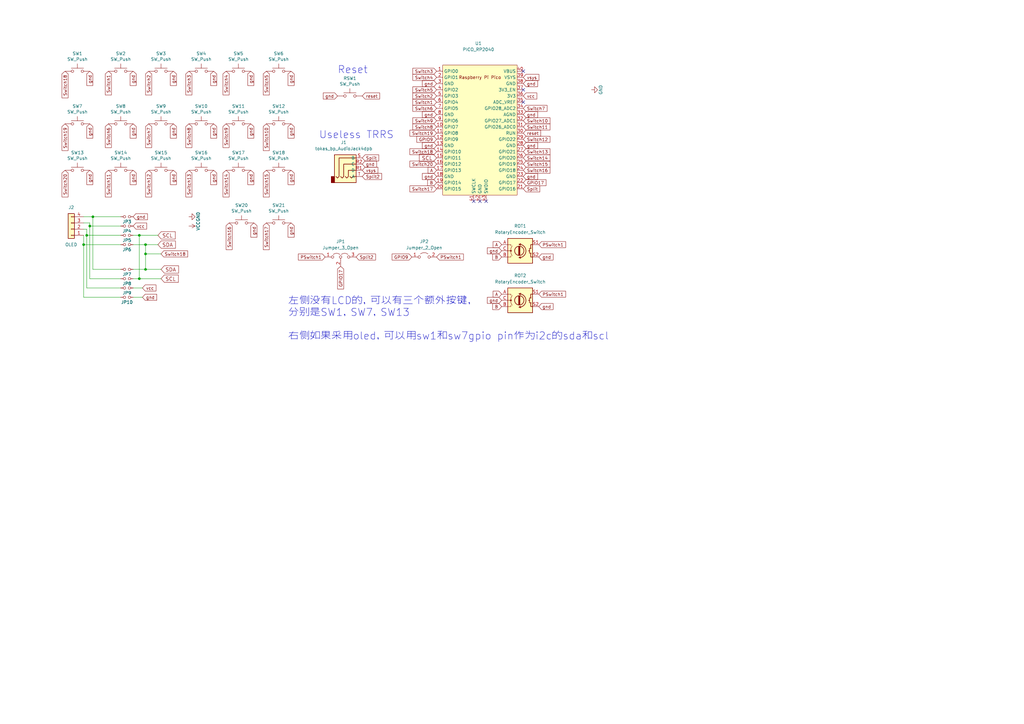
<source format=kicad_sch>
(kicad_sch (version 20211123) (generator eeschema)
  (paper "A3")
  (title_block (title "Sweep V2") (date "2021-03-10") (rev "0.1") (company "broomlabs"))
  (lib_symbols
    (symbol "Connector_Generic:Conn_01x04" (pin_names (offset 1.016) hide)
      (property "Reference" "J" (at 0 5.08 0))
      (property "Value" "Conn_01x04" (at 0 -7.62 0))
      (symbol "Conn_01x04_1_1"
        (rectangle (start -1.27 -4.953) (end 0 -5.207) (stroke (width 0.1524)))
        (rectangle (start -1.27 -2.413) (end 0 -2.667) (stroke (width 0.1524)))
        (rectangle (start -1.27 0.127) (end 0 -0.127) (stroke (width 0.1524)))
        (rectangle (start -1.27 2.667) (end 0 2.413) (stroke (width 0.1524)))
        (rectangle (start -1.27 3.81) (end 1.27 -6.35) (stroke (width 0.254)) (fill (type background)))
        (pin passive line (at -5.08 2.54 0) (length 3.81) (name "Pin_1") (number "1"))
        (pin passive line (at -5.08 0 0) (length 3.81) (name "Pin_2") (number "2"))
        (pin passive line (at -5.08 -2.54 0) (length 3.81) (name "Pin_3") (number "3"))
        (pin passive line (at -5.08 -5.08 0) (length 3.81) (name "Pin_4") (number "4"))
      )
    )
    (symbol "Device:Jumper_NO_Small" (pin_numbers hide) (pin_names (offset 0.762) hide)
      (property "Reference" "JP" (at 0 2.032 0))
      (property "Value" "Device_Jumper_NO_Small" (at 0.254 -1.524 0))
      (symbol "Jumper_NO_Small_0_1"
        (circle (center -1.016 0) (radius 0.508))
        (circle (center 1.016 0) (radius 0.508))
        (pin passive line (at -2.54 0 0) (length 1.016) (name "1") (number "1"))
        (pin passive line (at 2.54 0 180) (length 1.016) (name "2") (number "2"))
      )
    )
    (symbol "Device:RotaryEncoder_Switch" (pin_names (offset 0.254) hide)
      (property "Reference" "SW" (at 0 6.604 0))
      (property "Value" "RotaryEncoder_Switch" (at 0 -6.604 0))
      (symbol "RotaryEncoder_Switch_0_1"
        (rectangle (start -5.08 5.08) (end 5.08 -5.08) (stroke (width 0.254)) (fill (type background)))
        (circle (center -3.81 0) (radius 0.254) (fill (type outline)))
        (arc (start -0.381 -2.794) (mid 2.3622 -0.0635) (end -0.381 2.667) (stroke (width 0.254)))
        (circle (center -0.381 0) (radius 1.905) (stroke (width 0.254)))
        (polyline (pts (xy -0.635 -1.778) (xy -0.635 1.778)) (stroke (width 0.254)))
        (polyline (pts (xy -0.381 -1.778) (xy -0.381 1.778)) (stroke (width 0.254)))
        (polyline (pts (xy -0.127 1.778) (xy -0.127 -1.778)) (stroke (width 0.254)))
        (polyline (pts (xy 3.81 0) (xy 3.429 0)) (stroke (width 0.254)))
        (polyline (pts (xy 3.81 1.016) (xy 3.81 -1.016)) (stroke (width 0.254)))
        (polyline (pts (xy -5.08 -2.54) (xy -3.81 -2.54) (xy -3.81 -2.032)))
        (polyline (pts (xy -5.08 2.54) (xy -3.81 2.54) (xy -3.81 2.032)))
        (polyline (pts (xy 0.254 -3.048) (xy -0.508 -2.794) (xy 0.127 -2.413)) (stroke (width 0.254)))
        (polyline (pts (xy 0.254 2.921) (xy -0.508 2.667) (xy 0.127 2.286)) (stroke (width 0.254)))
        (polyline (pts (xy 5.08 -2.54) (xy 4.318 -2.54) (xy 4.318 -1.016)) (stroke (width 0.254)))
        (polyline (pts (xy 5.08 2.54) (xy 4.318 2.54) (xy 4.318 1.016)) (stroke (width 0.254)))
        (polyline (pts (xy -5.08 0) (xy -3.81 0) (xy -3.81 -1.016) (xy -3.302 -2.032)))
        (polyline (pts (xy -4.318 0) (xy -3.81 0) (xy -3.81 1.016) (xy -3.302 2.032)))
        (circle (center 4.318 -1.016) (radius 0.127) (stroke (width 0.254)))
        (circle (center 4.318 1.016) (radius 0.127) (stroke (width 0.254)))
      )
      (symbol "RotaryEncoder_Switch_1_1"
        (pin passive line (at -7.62 2.54 0) (length 2.54) (name "A") (number "A"))
        (pin passive line (at -7.62 -2.54 0) (length 2.54) (name "B") (number "B"))
        (pin passive line (at -7.62 0 0) (length 2.54) (name "C") (number "C"))
        (pin passive line (at 7.62 2.54 180) (length 2.54) (name "S1") (number "S1"))
        (pin passive line (at 7.62 -2.54 180) (length 2.54) (name "S2") (number "S2"))
      )
    )
    (symbol "Jumper:Jumper_2_Open" (pin_names (offset 0) hide)
      (property "Reference" "JP" (at 0 2.794 0))
      (property "Value" "Jumper_2_Open" (at 0 -2.286 0))
      (symbol "Jumper_2_Open_0_0"
        (circle (center -2.032 0) (radius 0.508))
        (circle (center 2.032 0) (radius 0.508))
      )
      (symbol "Jumper_2_Open_0_1"
        (arc (start 1.524 1.27) (mid 0 1.778) (end -1.524 1.27))
      )
      (symbol "Jumper_2_Open_1_1"
        (pin passive line (at -5.08 0 0) (length 2.54) (name "A") (number "1"))
        (pin passive line (at 5.08 0 180) (length 2.54) (name "B") (number "2"))
      )
    )
    (symbol "Jumper:Jumper_3_Open" (pin_names (offset 0) hide)
      (property "Reference" "JP" (at -2.54 -2.54 0))
      (property "Value" "Jumper_3_Open" (at 0 2.794 0))
      (symbol "Jumper_3_Open_0_0"
        (circle (center -3.302 0) (radius 0.508))
        (circle (center 0 0) (radius 0.508))
        (circle (center 3.302 0) (radius 0.508))
      )
      (symbol "Jumper_3_Open_0_1"
        (arc (start -0.254 1.016) (mid -1.651 1.4992) (end -3.048 1.016))
        (polyline (pts (xy 0 -0.508) (xy 0 -1.27)))
        (arc (start 3.048 1.016) (mid 1.651 1.4992) (end 0.254 1.016))
      )
      (symbol "Jumper_3_Open_1_1"
        (pin passive line (at -6.35 0 0) (length 2.54) (name "A") (number "1"))
        (pin passive line (at 0 -3.81 90) (length 2.54) (name "C") (number "2"))
        (pin passive line (at 6.35 0 180) (length 2.54) (name "B") (number "3"))
      )
    )
    (symbol "Switch:SW_Push" (pin_numbers hide) (pin_names (offset 1.016) hide)
      (property "Reference" "SW" (at 1.27 2.54 0))
      (property "Value" "SW_Push" (at 0 -1.524 0))
      (symbol "SW_Push_0_1"
        (circle (center -2.032 0) (radius 0.508))
        (polyline (pts (xy 0 1.27) (xy 0 3.048)))
        (polyline (pts (xy 2.54 1.27) (xy -2.54 1.27)))
        (circle (center 2.032 0) (radius 0.508))
        (pin passive line (at -5.08 0 0) (length 2.54) (name "1") (number "1"))
        (pin passive line (at 5.08 0 180) (length 2.54) (name "2") (number "2"))
      )
    )
    (symbol "pi-pico:Pico"
      (property "Reference" "U" (at -13.97 27.94 0))
      (property "Value" "Pico" (at 0 19.05 0))
      (symbol "Pico_0_0"
        (text "Raspberry Pi Pico" (at 0 21.59 0) (effects (font (size 1.27 1.27))))
      )
      (symbol "Pico_0_1"
        (rectangle (start -15.24 26.67) (end 15.24 -26.67) (fill (type background)))
      )
      (symbol "Pico_1_1"
        (pin bidirectional line (at -17.78 24.13 0) (length 2.54) (name "GPIO0") (number "1"))
        (pin bidirectional line (at -17.78 1.27 0) (length 2.54) (name "GPIO7") (number "10"))
        (pin bidirectional line (at -17.78 -1.27 0) (length 2.54) (name "GPIO8") (number "11"))
        (pin bidirectional line (at -17.78 -3.81 0) (length 2.54) (name "GPIO9") (number "12"))
        (pin power_in line (at -17.78 -6.35 0) (length 2.54) (name "GND") (number "13"))
        (pin bidirectional line (at -17.78 -8.89 0) (length 2.54) (name "GPIO10") (number "14"))
        (pin bidirectional line (at -17.78 -11.43 0) (length 2.54) (name "GPIO11") (number "15"))
        (pin bidirectional line (at -17.78 -13.97 0) (length 2.54) (name "GPIO12") (number "16"))
        (pin bidirectional line (at -17.78 -16.51 0) (length 2.54) (name "GPIO13") (number "17"))
        (pin power_in line (at -17.78 -19.05 0) (length 2.54) (name "GND") (number "18"))
        (pin bidirectional line (at -17.78 -21.59 0) (length 2.54) (name "GPIO14") (number "19"))
        (pin bidirectional line (at -17.78 21.59 0) (length 2.54) (name "GPIO1") (number "2"))
        (pin bidirectional line (at -17.78 -24.13 0) (length 2.54) (name "GPIO15") (number "20"))
        (pin bidirectional line (at 17.78 -24.13 180) (length 2.54) (name "GPIO16") (number "21"))
        (pin bidirectional line (at 17.78 -21.59 180) (length 2.54) (name "GPIO17") (number "22"))
        (pin power_in line (at 17.78 -19.05 180) (length 2.54) (name "GND") (number "23"))
        (pin bidirectional line (at 17.78 -16.51 180) (length 2.54) (name "GPIO18") (number "24"))
        (pin bidirectional line (at 17.78 -13.97 180) (length 2.54) (name "GPIO19") (number "25"))
        (pin bidirectional line (at 17.78 -11.43 180) (length 2.54) (name "GPIO20") (number "26"))
        (pin bidirectional line (at 17.78 -8.89 180) (length 2.54) (name "GPIO21") (number "27"))
        (pin power_in line (at 17.78 -6.35 180) (length 2.54) (name "GND") (number "28"))
        (pin bidirectional line (at 17.78 -3.81 180) (length 2.54) (name "GPIO22") (number "29"))
        (pin power_in line (at -17.78 19.05 0) (length 2.54) (name "GND") (number "3"))
        (pin input line (at 17.78 -1.27 180) (length 2.54) (name "RUN") (number "30"))
        (pin bidirectional line (at 17.78 1.27 180) (length 2.54) (name "GPIO26_ADC0") (number "31"))
        (pin bidirectional line (at 17.78 3.81 180) (length 2.54) (name "GPIO27_ADC1") (number "32"))
        (pin power_in line (at 17.78 6.35 180) (length 2.54) (name "AGND") (number "33"))
        (pin bidirectional line (at 17.78 8.89 180) (length 2.54) (name "GPIO28_ADC2") (number "34"))
        (pin power_in line (at 17.78 11.43 180) (length 2.54) (name "ADC_VREF") (number "35"))
        (pin power_in line (at 17.78 13.97 180) (length 2.54) (name "3V3") (number "36"))
        (pin input line (at 17.78 16.51 180) (length 2.54) (name "3V3_EN") (number "37"))
        (pin bidirectional line (at 17.78 19.05 180) (length 2.54) (name "GND") (number "38"))
        (pin power_in line (at 17.78 21.59 180) (length 2.54) (name "VSYS") (number "39"))
        (pin bidirectional line (at -17.78 16.51 0) (length 2.54) (name "GPIO2") (number "4"))
        (pin power_in line (at 17.78 24.13 180) (length 2.54) (name "VBUS") (number "40"))
        (pin input line (at -2.54 -29.21 90) (length 2.54) (name "SWCLK") (number "41"))
        (pin power_in line (at 0 -29.21 90) (length 2.54) (name "GND") (number "42"))
        (pin bidirectional line (at 2.54 -29.21 90) (length 2.54) (name "SWDIO") (number "43"))
        (pin bidirectional line (at -17.78 13.97 0) (length 2.54) (name "GPIO3") (number "5"))
        (pin bidirectional line (at -17.78 11.43 0) (length 2.54) (name "GPIO4") (number "6"))
        (pin bidirectional line (at -17.78 8.89 0) (length 2.54) (name "GPIO5") (number "7"))
        (pin power_in line (at -17.78 6.35 0) (length 2.54) (name "GND") (number "8"))
        (pin bidirectional line (at -17.78 3.81 0) (length 2.54) (name "GPIO6") (number "9"))
      )
    )
    (symbol "pi-pico:tokas_bp_AudioJack4dpb"
      (property "Reference" "J1" (at -2.54 8.89 0))
      (property "Value" "tokas_bp_AudioJack4dpb" (at -2.54 6.35 0))
      (symbol "tokas_bp_AudioJack4dpb_0_1"
        (rectangle (start -6.35 -5.08) (end -7.62 -7.62) (stroke (width 0.254)) (fill (type outline)))
        (polyline (pts (xy 0 -5.08) (xy 0.635 -5.715) (xy 1.27 -5.08) (xy 2.54 -5.08)) (stroke (width 0.254)))
        (polyline (pts (xy -5.715 -5.08) (xy -5.08 -5.715) (xy -4.445 -5.08) (xy -4.445 2.54) (xy 2.54 2.54)) (stroke (width 0.254)))
        (polyline (pts (xy -1.905 -5.08) (xy -1.27 -5.715) (xy -0.635 -5.08) (xy -0.635 -2.54) (xy 2.54 -2.54)) (stroke (width 0.254)))
        (polyline (pts (xy 2.54 0) (xy -2.54 0) (xy -2.54 -5.08) (xy -3.175 -5.715) (xy -3.81 -5.08)) (stroke (width 0.254)))
        (rectangle (start 2.54 3.81) (end -6.35 -7.62) (stroke (width 0.254)) (fill (type background)))
      )
      (symbol "tokas_bp_AudioJack4dpb_1_1"
        (pin passive line (at 5.08 -2.54 180) (length 2.54) (name "D") (number "R1"))
        (pin passive line (at 5.08 0 180) (length 2.54) (name "C") (number "R2"))
        (pin passive line (at 5.08 2.54 180) (length 2.54) (name "B") (number "S"))
        (pin passive line (at 5.08 -5.08 180) (length 2.54) (name "A") (number "T"))
      )
    )
    (symbol "power:GND" (power) (pin_names (offset 0))
      (property "Value" "GND" (at 0 -3.81 0))
      (symbol "GND_0_1"
        (polyline (pts (xy 0 0) (xy 0 -1.27) (xy 1.27 -1.27) (xy 0 -2.54) (xy -1.27 -1.27) (xy 0 -1.27)))
      )
      (symbol "GND_1_1"
        (pin power_in line (at 0 0 270) (length 0) hide (name "GND") (number "1"))
      )
    )
    (symbol "power:VCC" (power) (pin_names (offset 0))
      (property "Value" "VCC" (at 0 3.81 0))
      (symbol "VCC_0_1"
        (polyline (pts (xy -0.762 1.27) (xy 0 2.54)))
        (polyline (pts (xy 0 0) (xy 0 2.54)))
        (polyline (pts (xy 0 2.54) (xy 0.762 1.27)))
      )
      (symbol "VCC_1_1"
        (pin power_in line (at 0 0 90) (length 0) hide (name "VCC") (number "1"))
      )
    )
  )
  (junction (at 57.15 96.52))
  (junction (at 59.69 100.33))
  (junction (at 59.69 104.14))
  (junction (at 59.69 110.49))
  (junction (at 38.1 88.9))
  (junction (at 35.56 96.52))
  (junction (at 36.83 92.71))
  (junction (at 57.15 114.3))
  (junction (at 34.29 100.33))
  (no_connect (at 194.31 82.55))
  (no_connect (at 199.39 82.55))
  (no_connect (at 196.85 82.55))
  (no_connect (at 214.63 29.21))
  (no_connect (at 214.63 36.83))
  (no_connect (at 214.63 41.91))
  (wire (pts (xy 34.29 88.9) (xy 38.1 88.9)))
  (wire (pts (xy 59.69 100.33) (xy 54.61 100.33)))
  (wire (pts (xy 59.69 104.14) (xy 59.69 110.49)))
  (wire (pts (xy 59.69 100.33) (xy 59.69 104.14)))
  (wire (pts (xy 34.29 96.52) (xy 34.29 100.33)))
  (wire (pts (xy 38.1 88.9) (xy 38.1 110.49)))
  (wire (pts (xy 54.61 121.92) (xy 58.42 121.92)))
  (wire (pts (xy 64.77 96.52) (xy 57.15 96.52)))
  (wire (pts (xy 38.1 110.49) (xy 49.53 110.49)))
  (wire (pts (xy 57.15 114.3) (xy 54.61 114.3)))
  (wire (pts (xy 35.56 118.11) (xy 49.53 118.11)))
  (wire (pts (xy 49.53 92.71) (xy 36.83 92.71)))
  (wire (pts (xy 35.56 96.52) (xy 35.56 118.11)))
  (wire (pts (xy 34.29 121.92) (xy 49.53 121.92)))
  (wire (pts (xy 54.61 118.11) (xy 58.42 118.11)))
  (wire (pts (xy 34.29 100.33) (xy 34.29 121.92)))
  (wire (pts (xy 36.83 91.44) (xy 36.83 92.71)))
  (wire (pts (xy 36.83 92.71) (xy 36.83 114.3)))
  (wire (pts (xy 64.77 100.33) (xy 59.69 100.33)))
  (wire (pts (xy 66.04 114.3) (xy 57.15 114.3)))
  (wire (pts (xy 35.56 93.98) (xy 35.56 96.52)))
  (wire (pts (xy 49.53 96.52) (xy 35.56 96.52)))
  (wire (pts (xy 34.29 91.44) (xy 36.83 91.44)))
  (wire (pts (xy 38.1 88.9) (xy 49.53 88.9)))
  (wire (pts (xy 34.29 93.98) (xy 35.56 93.98)))
  (wire (pts (xy 36.83 114.3) (xy 49.53 114.3)))
  (wire (pts (xy 49.53 100.33) (xy 34.29 100.33)))
  (wire (pts (xy 57.15 96.52) (xy 57.15 114.3)))
  (wire (pts (xy 66.04 104.14) (xy 59.69 104.14)))
  (wire (pts (xy 66.04 110.49) (xy 59.69 110.49)))
  (wire (pts (xy 57.15 96.52) (xy 54.61 96.52)))
  (wire (pts (xy 59.69 110.49) (xy 54.61 110.49)))
  (text "Reset" (at 138.43 30.48 0) (effects (font (size 2.9972 2.9972)) (justify left bottom)))
  (text "Useless TRRS\n" (at 130.81 57.15 0) (effects (font (size 2.9972 2.9972)) (justify left bottom)))
  (text "左侧没有LCD的，可以有三个额外按键，\n分别是SW1，SW7，SW13\n\n右侧如果采用oled，可以用sw1和sw7gpio pin作为i2c的sda和scl" (at 118.11 139.7 0) (effects (font (size 2.9972 2.9972)) (justify left bottom)))
  (global_label "Switch11" (shape input) (at 44.45 69.85 270) (property "Intersheet References" "${INTERSHEET_REFS}" (effects hide)))
  (global_label "gnd" (shape input) (at 214.63 59.69 0) (property "Intersheet References" "${INTERSHEET_REFS}" (effects hide)))
  (global_label "Switch3" (shape input) (at 77.47 29.21 270) (property "Intersheet References" "${INTERSHEET_REFS}" (effects hide)))
  (global_label "SCL" (shape input) (at 64.77 96.52 0) (effects (font (size 1.524 1.524))) (property "Intersheet References" "${INTERSHEET_REFS}" (effects hide)))
  (global_label "gnd" (shape input) (at 54.61 29.21 270) (property "Intersheet References" "${INTERSHEET_REFS}" (effects hide)))
  (global_label "A" (shape input) (at 179.07 69.85 180) (property "Intersheet References" "${INTERSHEET_REFS}" (effects hide)))
  (global_label "reset" (shape input) (at 148.59 39.37 0) (property "Intersheet References" "${INTERSHEET_REFS}" (effects hide)))
  (global_label "vcc" (shape input) (at 214.63 39.37 0) (property "Intersheet References" "${INTERSHEET_REFS}" (effects hide)))
  (global_label "Switch18" (shape input) (at 179.07 62.23 180) (property "Intersheet References" "${INTERSHEET_REFS}" (effects hide)))
  (global_label "gnd" (shape input) (at 36.83 29.21 270) (property "Intersheet References" "${INTERSHEET_REFS}" (effects hide)))
  (global_label "Switch18" (shape input) (at 66.04 104.14 0) (property "Intersheet References" "${INTERSHEET_REFS}" (effects hide)))
  (global_label "Switch17" (shape input) (at 109.22 91.44 270) (property "Intersheet References" "${INTERSHEET_REFS}" (effects hide)))
  (global_label "gnd" (shape input) (at 102.87 50.8 270) (property "Intersheet References" "${INTERSHEET_REFS}" (effects hide)))
  (global_label "Switch14" (shape input) (at 214.63 64.77 0) (property "Intersheet References" "${INTERSHEET_REFS}" (effects hide)))
  (global_label "Switch5" (shape input) (at 109.22 29.21 270) (property "Intersheet References" "${INTERSHEET_REFS}" (effects hide)))
  (global_label "reset" (shape input) (at 214.63 54.61 0) (property "Intersheet References" "${INTERSHEET_REFS}" (effects hide)))
  (global_label "gnd" (shape input) (at 71.12 69.85 270) (property "Intersheet References" "${INTERSHEET_REFS}" (effects hide)))
  (global_label "Switch1" (shape input) (at 44.45 29.21 270) (property "Intersheet References" "${INTERSHEET_REFS}" (effects hide)))
  (global_label "Switch1" (shape input) (at 179.07 41.91 180) (property "Intersheet References" "${INTERSHEET_REFS}" (effects hide)))
  (global_label "gnd" (shape input) (at 104.14 91.44 270) (property "Intersheet References" "${INTERSHEET_REFS}" (effects hide)))
  (global_label "Switch17" (shape input) (at 179.07 77.47 180) (property "Intersheet References" "${INTERSHEET_REFS}" (effects hide)))
  (global_label "Switch13" (shape input) (at 77.47 69.85 270) (property "Intersheet References" "${INTERSHEET_REFS}" (effects hide)))
  (global_label "Switch14" (shape input) (at 92.71 69.85 270) (property "Intersheet References" "${INTERSHEET_REFS}" (effects hide)))
  (global_label "gnd" (shape input) (at 36.83 69.85 270) (property "Intersheet References" "${INTERSHEET_REFS}" (effects hide)))
  (global_label "gnd" (shape input) (at 148.59 67.31 0) (property "Intersheet References" "${INTERSHEET_REFS}" (effects hide)))
  (global_label "gnd" (shape input) (at 87.63 50.8 270) (property "Intersheet References" "${INTERSHEET_REFS}" (effects hide)))
  (global_label "Switch16" (shape input) (at 93.98 91.44 270) (property "Intersheet References" "${INTERSHEET_REFS}" (effects hide)))
  (global_label "PSwitch1" (shape input) (at 179.07 105.41 0) (property "Intersheet References" "${INTERSHEET_REFS}" (effects hide)))
  (global_label "vcc" (shape input) (at 58.42 118.11 0) (property "Intersheet References" "${INTERSHEET_REFS}" (effects hide)))
  (global_label "vsys" (shape input) (at 214.63 31.75 0) (property "Intersheet References" "${INTERSHEET_REFS}" (effects hide)))
  (global_label "Switch7" (shape input) (at 214.63 44.45 0) (property "Intersheet References" "${INTERSHEET_REFS}" (effects hide)))
  (global_label "SDA" (shape input) (at 64.77 100.33 0) (effects (font (size 1.524 1.524))) (property "Intersheet References" "${INTERSHEET_REFS}" (effects hide)))
  (global_label "Switch11" (shape input) (at 214.63 52.07 0) (property "Intersheet References" "${INTERSHEET_REFS}" (effects hide)))
  (global_label "PSwitch1" (shape input) (at 220.98 100.33 0) (property "Intersheet References" "${INTERSHEET_REFS}" (effects hide)))
  (global_label "Switch2" (shape input) (at 60.96 29.21 270) (property "Intersheet References" "${INTERSHEET_REFS}" (effects hide)))
  (global_label "B" (shape input) (at 205.74 105.41 180) (property "Intersheet References" "${INTERSHEET_REFS}" (effects hide)))
  (global_label "Split2" (shape input) (at 148.59 72.39 0) (property "Intersheet References" "${INTERSHEET_REFS}" (effects hide)))
  (global_label "gnd" (shape input) (at 220.98 125.73 0) (property "Intersheet References" "${INTERSHEET_REFS}" (effects hide)))
  (global_label "Switch16" (shape input) (at 214.63 69.85 0) (property "Intersheet References" "${INTERSHEET_REFS}" (effects hide)))
  (global_label "Switch9" (shape input) (at 92.71 50.8 270) (property "Intersheet References" "${INTERSHEET_REFS}" (effects hide)))
  (global_label "Switch8" (shape input) (at 77.47 50.8 270) (property "Intersheet References" "${INTERSHEET_REFS}" (effects hide)))
  (global_label "Switch15" (shape input) (at 109.22 69.85 270) (property "Intersheet References" "${INTERSHEET_REFS}" (effects hide)))
  (global_label "Switch3" (shape input) (at 179.07 29.21 180) (property "Intersheet References" "${INTERSHEET_REFS}" (effects hide)))
  (global_label "Switch13" (shape input) (at 214.63 62.23 0) (property "Intersheet References" "${INTERSHEET_REFS}" (effects hide)))
  (global_label "Switch12" (shape input) (at 60.96 69.85 270) (property "Intersheet References" "${INTERSHEET_REFS}" (effects hide)))
  (global_label "gnd" (shape input) (at 87.63 29.21 270) (property "Intersheet References" "${INTERSHEET_REFS}" (effects hide)))
  (global_label "gnd" (shape input) (at 205.74 102.87 180) (property "Intersheet References" "${INTERSHEET_REFS}" (effects hide)))
  (global_label "gnd" (shape input) (at 119.38 29.21 270) (property "Intersheet References" "${INTERSHEET_REFS}" (effects hide)))
  (global_label "gnd" (shape input) (at 102.87 29.21 270) (property "Intersheet References" "${INTERSHEET_REFS}" (effects hide)))
  (global_label "gnd" (shape input) (at 102.87 69.85 270) (property "Intersheet References" "${INTERSHEET_REFS}" (effects hide)))
  (global_label "B" (shape input) (at 205.74 125.73 180) (property "Intersheet References" "${INTERSHEET_REFS}" (effects hide)))
  (global_label "gnd" (shape input) (at 119.38 91.44 270) (property "Intersheet References" "${INTERSHEET_REFS}" (effects hide)))
  (global_label "Switch6" (shape input) (at 179.07 44.45 180) (property "Intersheet References" "${INTERSHEET_REFS}" (effects hide)))
  (global_label "Switch19" (shape input) (at 26.67 50.8 270) (property "Intersheet References" "${INTERSHEET_REFS}" (effects hide)))
  (global_label "gnd" (shape input) (at 58.42 121.92 0) (property "Intersheet References" "${INTERSHEET_REFS}" (effects hide)))
  (global_label "Split" (shape input) (at 214.63 77.47 0) (property "Intersheet References" "${INTERSHEET_REFS}" (effects hide)))
  (global_label "gnd" (shape input) (at 214.63 34.29 0) (property "Intersheet References" "${INTERSHEET_REFS}" (effects hide)))
  (global_label "Switch10" (shape input) (at 109.22 50.8 270) (property "Intersheet References" "${INTERSHEET_REFS}" (effects hide)))
  (global_label "gnd" (shape input) (at 220.98 105.41 0) (property "Intersheet References" "${INTERSHEET_REFS}" (effects hide)))
  (global_label "Switch5" (shape input) (at 179.07 36.83 180) (property "Intersheet References" "${INTERSHEET_REFS}" (effects hide)))
  (global_label "gnd" (shape input) (at 87.63 69.85 270) (property "Intersheet References" "${INTERSHEET_REFS}" (effects hide)))
  (global_label "gnd" (shape input) (at 138.43 39.37 180) (property "Intersheet References" "${INTERSHEET_REFS}" (effects hide)))
  (global_label "gnd" (shape input) (at 71.12 29.21 270) (property "Intersheet References" "${INTERSHEET_REFS}" (effects hide)))
  (global_label "B" (shape input) (at 179.07 74.93 180) (property "Intersheet References" "${INTERSHEET_REFS}" (effects hide)))
  (global_label "SCL" (shape input) (at 66.04 114.3 0) (effects (font (size 1.524 1.524))) (property "Intersheet References" "${INTERSHEET_REFS}" (effects hide)))
  (global_label "gnd" (shape input) (at 54.61 69.85 270) (property "Intersheet References" "${INTERSHEET_REFS}" (effects hide)))
  (global_label "Switch12" (shape input) (at 214.63 57.15 0) (property "Intersheet References" "${INTERSHEET_REFS}" (effects hide)))
  (global_label "Switch15" (shape input) (at 214.63 67.31 0) (property "Intersheet References" "${INTERSHEET_REFS}" (effects hide)))
  (global_label "gnd" (shape input) (at 71.12 50.8 270) (property "Intersheet References" "${INTERSHEET_REFS}" (effects hide)))
  (global_label "Switch9" (shape input) (at 179.07 49.53 180) (property "Intersheet References" "${INTERSHEET_REFS}" (effects hide)))
  (global_label "gnd" (shape input) (at 54.61 88.9 0) (property "Intersheet References" "${INTERSHEET_REFS}" (effects hide)))
  (global_label "GPIO9" (shape input) (at 179.07 57.15 180) (property "Intersheet References" "${INTERSHEET_REFS}" (effects hide)))
  (global_label "SDA" (shape input) (at 66.04 110.49 0) (effects (font (size 1.524 1.524))) (property "Intersheet References" "${INTERSHEET_REFS}" (effects hide)))
  (global_label "PSwitch1" (shape input) (at 220.98 120.65 0) (property "Intersheet References" "${INTERSHEET_REFS}" (effects hide)))
  (global_label "GPIO9" (shape input) (at 168.91 105.41 180) (property "Intersheet References" "${INTERSHEET_REFS}" (effects hide)))
  (global_label "Switch2" (shape input) (at 179.07 39.37 180) (property "Intersheet References" "${INTERSHEET_REFS}" (effects hide)))
  (global_label "Switch20" (shape input) (at 179.07 67.31 180) (property "Intersheet References" "${INTERSHEET_REFS}" (effects hide)))
  (global_label "gnd" (shape input) (at 119.38 50.8 270) (property "Intersheet References" "${INTERSHEET_REFS}" (effects hide)))
  (global_label "A" (shape input) (at 205.74 120.65 180) (property "Intersheet References" "${INTERSHEET_REFS}" (effects hide)))
  (global_label "gnd" (shape input) (at 119.38 69.85 270) (property "Intersheet References" "${INTERSHEET_REFS}" (effects hide)))
  (global_label "Switch7" (shape input) (at 60.96 50.8 270) (property "Intersheet References" "${INTERSHEET_REFS}" (effects hide)))
  (global_label "Switch10" (shape input) (at 214.63 49.53 0) (property "Intersheet References" "${INTERSHEET_REFS}" (effects hide)))
  (global_label "gnd" (shape input) (at 36.83 50.8 270) (property "Intersheet References" "${INTERSHEET_REFS}" (effects hide)))
  (global_label "vsys" (shape input) (at 148.59 69.85 0) (property "Intersheet References" "${INTERSHEET_REFS}" (effects hide)))
  (global_label "gnd" (shape input) (at 179.07 72.39 180) (property "Intersheet References" "${INTERSHEET_REFS}" (effects hide)))
  (global_label "Split" (shape input) (at 148.59 64.77 0) (property "Intersheet References" "${INTERSHEET_REFS}" (effects hide)))
  (global_label "Switch4" (shape input) (at 92.71 29.21 270) (property "Intersheet References" "${INTERSHEET_REFS}" (effects hide)))
  (global_label "gnd" (shape input) (at 214.63 46.99 0) (property "Intersheet References" "${INTERSHEET_REFS}" (effects hide)))
  (global_label "Switch20" (shape input) (at 26.67 69.85 270) (property "Intersheet References" "${INTERSHEET_REFS}" (effects hide)))
  (global_label "Switch18" (shape input) (at 26.67 29.21 270) (property "Intersheet References" "${INTERSHEET_REFS}" (effects hide)))
  (global_label "gnd" (shape input) (at 214.63 72.39 0) (property "Intersheet References" "${INTERSHEET_REFS}" (effects hide)))
  (global_label "gnd" (shape input) (at 54.61 50.8 270) (property "Intersheet References" "${INTERSHEET_REFS}" (effects hide)))
  (global_label "Switch4" (shape input) (at 179.07 31.75 180) (property "Intersheet References" "${INTERSHEET_REFS}" (effects hide)))
  (global_label "GPIO17" (shape input) (at 139.7 109.22 270) (property "Intersheet References" "${INTERSHEET_REFS}" (effects hide)))
  (global_label "gnd" (shape input) (at 179.07 46.99 180) (property "Intersheet References" "${INTERSHEET_REFS}" (effects hide)))
  (global_label "A" (shape input) (at 205.74 100.33 180) (property "Intersheet References" "${INTERSHEET_REFS}" (effects hide)))
  (global_label "Switch8" (shape input) (at 179.07 52.07 180) (property "Intersheet References" "${INTERSHEET_REFS}" (effects hide)))
  (global_label "PSwitch1" (shape input) (at 133.35 105.41 180) (property "Intersheet References" "${INTERSHEET_REFS}" (effects hide)))
  (global_label "Switch19" (shape input) (at 179.07 54.61 180) (property "Intersheet References" "${INTERSHEET_REFS}" (effects hide)))
  (global_label "GPIO17" (shape input) (at 214.63 74.93 0) (property "Intersheet References" "${INTERSHEET_REFS}" (effects hide)))
  (global_label "vcc" (shape input) (at 54.61 92.71 0) (property "Intersheet References" "${INTERSHEET_REFS}" (effects hide)))
  (global_label "gnd" (shape input) (at 179.07 34.29 180) (property "Intersheet References" "${INTERSHEET_REFS}" (effects hide)))
  (global_label "Switch6" (shape input) (at 44.45 50.8 270) (property "Intersheet References" "${INTERSHEET_REFS}" (effects hide)))
  (global_label "gnd" (shape input) (at 205.74 123.19 180) (property "Intersheet References" "${INTERSHEET_REFS}" (effects hide)))
  (global_label "SCL" (shape input) (at 179.07 64.77 180) (effects (font (size 1.524 1.524))) (property "Intersheet References" "${INTERSHEET_REFS}" (effects hide)))
  (global_label "gnd" (shape input) (at 179.07 59.69 180) (property "Intersheet References" "${INTERSHEET_REFS}" (effects hide)))
  (global_label "Split2" (shape input) (at 146.05 105.41 0) (property "Intersheet References" "${INTERSHEET_REFS}" (effects hide)))
  (symbol (lib_id "Switch:SW_Push") (at 49.53 29.21 0) (unit 1)
    (property "Reference" "SW2" (at 49.53 21.971 0))
    (property "Value" "SW_Push" (at 49.53 24.2824 0))
    (property "Footprint" "KBDSwitch:Kailh_socket_PG1350_optional_reversible" (effects hide))
  )
  (symbol (lib_id "Switch:SW_Push") (at 66.04 29.21 0) (unit 1)
    (property "Reference" "SW3" (at 66.04 21.971 0))
    (property "Value" "SW_Push" (at 66.04 24.2824 0))
    (property "Footprint" "KBDSwitch:Kailh_socket_PG1350_optional_reversible" (effects hide))
  )
  (symbol (lib_id "Switch:SW_Push") (at 82.55 29.21 0) (unit 1)
    (property "Reference" "SW4" (at 82.55 21.971 0))
    (property "Value" "SW_Push" (at 82.55 24.2824 0))
    (property "Footprint" "KBDSwitch:Kailh_socket_PG1350_optional_reversible" (effects hide))
  )
  (symbol (lib_id "Switch:SW_Push") (at 97.79 29.21 0) (unit 1)
    (property "Reference" "SW5" (at 97.79 21.971 0))
    (property "Value" "SW_Push" (at 97.79 24.2824 0))
    (property "Footprint" "KBDSwitch:Kailh_socket_PG1350_optional_reversible" (effects hide))
  )
  (symbol (lib_id "Switch:SW_Push") (at 114.3 29.21 0) (unit 1)
    (property "Reference" "SW6" (at 114.3 21.971 0))
    (property "Value" "SW_Push" (at 114.3 24.2824 0))
    (property "Footprint" "KBDSwitch:Kailh_socket_PG1350_optional_reversible" (effects hide))
  )
  (symbol (lib_id "Switch:SW_Push") (at 99.06 91.44 0) (unit 1)
    (property "Reference" "SW20" (at 99.06 84.201 0))
    (property "Value" "SW_Push" (at 99.06 86.5124 0))
    (property "Footprint" "KBDSwitch:Kailh_socket_PG1350_optional_reversible" (effects hide))
  )
  (symbol (lib_id "Switch:SW_Push") (at 114.3 91.44 0) (unit 1)
    (property "Reference" "SW21" (at 114.3 84.201 0))
    (property "Value" "SW_Push" (at 114.3 86.5124 0))
    (property "Footprint" "KBDSwitch:Kailh_socket_PG1350_optional_reversible" (effects hide))
  )
  (symbol (lib_id "Switch:SW_Push") (at 49.53 50.8 0) (unit 1)
    (property "Reference" "SW8" (at 49.53 43.561 0))
    (property "Value" "SW_Push" (at 49.53 45.8724 0))
    (property "Footprint" "KBDSwitch:Kailh_socket_PG1350_optional_reversible" (effects hide))
  )
  (symbol (lib_id "Switch:SW_Push") (at 66.04 50.8 0) (unit 1)
    (property "Reference" "SW9" (at 66.04 43.561 0))
    (property "Value" "SW_Push" (at 66.04 45.8724 0))
    (property "Footprint" "KBDSwitch:Kailh_socket_PG1350_optional_reversible" (effects hide))
  )
  (symbol (lib_id "Switch:SW_Push") (at 82.55 50.8 0) (unit 1)
    (property "Reference" "SW10" (at 82.55 43.561 0))
    (property "Value" "SW_Push" (at 82.55 45.8724 0))
    (property "Footprint" "KBDSwitch:Kailh_socket_PG1350_optional_reversible" (effects hide))
  )
  (symbol (lib_id "Switch:SW_Push") (at 97.79 50.8 0) (unit 1)
    (property "Reference" "SW11" (at 97.79 43.561 0))
    (property "Value" "SW_Push" (at 97.79 45.8724 0))
    (property "Footprint" "KBDSwitch:Kailh_socket_PG1350_optional_reversible" (effects hide))
  )
  (symbol (lib_id "Switch:SW_Push") (at 114.3 50.8 0) (unit 1)
    (property "Reference" "SW12" (at 114.3 43.561 0))
    (property "Value" "SW_Push" (at 114.3 45.8724 0))
    (property "Footprint" "KBDSwitch:Kailh_socket_PG1350_optional_reversible" (effects hide))
  )
  (symbol (lib_id "Switch:SW_Push") (at 49.53 69.85 0) (unit 1)
    (property "Reference" "SW14" (at 49.53 62.611 0))
    (property "Value" "SW_Push" (at 49.53 64.9224 0))
    (property "Footprint" "KBDSwitch:Kailh_socket_PG1350_optional_reversible" (effects hide))
  )
  (symbol (lib_id "Switch:SW_Push") (at 66.04 69.85 0) (unit 1)
    (property "Reference" "SW15" (at 66.04 62.611 0))
    (property "Value" "SW_Push" (at 66.04 64.9224 0))
    (property "Footprint" "KBDSwitch:Kailh_socket_PG1350_optional_reversible" (effects hide))
  )
  (symbol (lib_id "Switch:SW_Push") (at 82.55 69.85 0) (unit 1)
    (property "Reference" "SW16" (at 82.55 62.611 0))
    (property "Value" "SW_Push" (at 82.55 64.9224 0))
    (property "Footprint" "KBDSwitch:Kailh_socket_PG1350_optional_reversible" (effects hide))
  )
  (symbol (lib_id "Switch:SW_Push") (at 97.79 69.85 0) (unit 1)
    (property "Reference" "SW17" (at 97.79 62.611 0))
    (property "Value" "SW_Push" (at 97.79 64.9224 0))
    (property "Footprint" "KBDSwitch:Kailh_socket_PG1350_optional_reversible" (effects hide))
  )
  (symbol (lib_id "Switch:SW_Push") (at 114.3 69.85 0) (unit 1)
    (property "Reference" "SW18" (at 114.3 62.611 0))
    (property "Value" "SW_Push" (at 114.3 64.9224 0))
    (property "Footprint" "KBDSwitch:Kailh_socket_PG1350_optional_reversible" (effects hide))
  )
  (symbol (lib_id "Switch:SW_Push") (at 143.51 39.37 0) (unit 1)
    (property "Reference" "RSW1" (at 143.51 32.131 0))
    (property "Value" "SW_Push" (at 143.51 34.4424 0))
    (property "Footprint" "kbd:ResetSW" (effects hide))
  )
  (symbol (lib_id "pi-pico:Pico") (at 196.85 53.34 0) (unit 1)
    (property "Reference" "U1" (at 196.215 17.78 0))
    (property "Value" "PICO_RP2040" (at 196.215 20.32 0))
    (property "Footprint" "Module:pi pico jumpper-no dbg" (effects hide))
  )
  (symbol (lib_id "Device:Jumper_NO_Small") (at 52.07 88.9 180) (unit 1)
    (property "Reference" "JP3" (at 52.07 90.932 0))
    (property "Value" " " (at 51.816 87.376 0))
    (property "Footprint" "Audio_Module:Jumper" (effects hide))
  )
  (symbol (lib_id "Switch:SW_Push") (at 31.75 50.8 0) (unit 1)
    (property "Reference" "SW7" (at 31.75 43.561 0))
    (property "Value" "SW_Push" (at 31.75 45.8724 0))
    (property "Footprint" "KBDSwitch:Kailh_socket_PG1350_optional_reversible" (effects hide))
  )
  (symbol (lib_id "Jumper:Jumper_2_Open") (at 173.99 105.41 0) (unit 1)
    (property "Reference" "JP2" (at 173.99 99.06 0))
    (property "Value" "Jumper_2_Open" (at 173.99 101.6 0))
    (property "Footprint" "Jumper:SolderJumper-2_P1.3mm_Open_TrianglePad1.0x1.5mm" (effects hide))
  )
  (symbol (lib_id "pi-pico:tokas_bp_AudioJack4dpb") (at 143.51 67.31 0) (unit 1)
    (property "Reference" "J1" (at 140.97 58.42 0))
    (property "Value" "tokas_bp_AudioJack4dpb" (at 140.97 60.96 0))
    (property "Footprint" "Audio_Module:TRRS-PJ-313B" (effects hide))
  )
  (symbol (lib_id "Device:Jumper_NO_Small") (at 52.07 96.52 180) (unit 1)
    (property "Reference" "JP5" (at 52.07 98.552 0))
    (property "Value" " " (at 51.816 94.996 0))
    (property "Footprint" "Audio_Module:Jumper" (effects hide))
  )
  (symbol (lib_id "Switch:SW_Push") (at 31.75 29.21 0) (unit 1)
    (property "Reference" "SW1" (at 31.75 21.971 0))
    (property "Value" "SW_Push" (at 31.75 24.2824 0))
    (property "Footprint" "KBDSwitch:Kailh_socket_PG1350_optional_reversible" (effects hide))
  )
  (symbol (lib_id "Device:RotaryEncoder_Switch") (at 213.36 123.19 0) (unit 1)
    (property "Reference" "ROT2" (at 213.36 113.03 0))
    (property "Value" "RotaryEncoder_Switch" (at 213.36 115.57 0))
    (property "Footprint" "Rotary_Encoder:RotaryEncoder_Alps_EC11E-Switch_Vertical_H20mm" (effects hide))
  )
  (symbol (lib_id "Device:Jumper_NO_Small") (at 52.07 100.33 180) (unit 1)
    (property "Reference" "JP6" (at 52.07 102.362 0))
    (property "Value" " " (at 51.816 98.806 0))
    (property "Footprint" "Audio_Module:Jumper" (effects hide))
  )
  (symbol (lib_id "Jumper:Jumper_3_Open") (at 139.7 105.41 0) (unit 1)
    (property "Reference" "JP1" (at 139.7 99.06 0))
    (property "Value" "Jumper_3_Open" (at 139.7 101.6 0))
    (property "Footprint" "Jumper:SolderJumper-3_P2.0mm_Open_TrianglePad1.0x1.5mm" (effects hide))
  )
  (symbol (lib_id "Device:RotaryEncoder_Switch") (at 213.36 102.87 0) (unit 1)
    (property "Reference" "ROT1" (at 213.36 92.71 0))
    (property "Value" "RotaryEncoder_Switch" (at 213.36 95.25 0))
    (property "Footprint" "Rotary_Encoder:RotaryEncoder_Alps_EC11E-Switch_Vertical_H20mm" (effects hide))
  )
  (symbol (lib_id "Device:Jumper_NO_Small") (at 52.07 92.71 180) (unit 1)
    (property "Reference" "JP4" (at 52.07 94.742 0))
    (property "Value" " " (at 51.816 91.186 0))
    (property "Footprint" "Audio_Module:Jumper" (effects hide))
  )
  (symbol (lib_id "Connector_Generic:Conn_01x04") (at 29.21 93.98 180) (unit 1)
    (property "Reference" "J2" (at 29.21 85.09 0))
    (property "Value" "OLED" (at 29.21 100.33 0))
    (property "Footprint" "Connector_PinHeader_2.54mm:PinHeader_1x04_P2.54mm_Vertical" (effects hide))
  )
  (symbol (lib_id "Device:Jumper_NO_Small") (at 52.07 110.49 180) (unit 1)
    (property "Reference" "JP7" (at 52.07 112.522 0))
    (property "Value" " " (at 51.816 108.966 0))
    (property "Footprint" "Audio_Module:Jumper" (effects hide))
  )
  (symbol (lib_id "power:GND") (at 242.57 36.83 90) (unit 1)
    (property "Reference" "#PWR0101" (effects hide))
    (property "Value" "GND" (at 246.38 36.83 0))
  )
  (symbol (lib_id "power:GND") (at 77.47 88.9 90) (unit 1)
    (property "Reference" "#PWR01" (effects hide))
    (property "Value" "GND" (at 81.28 88.9 0))
  )
  (symbol (lib_id "Switch:SW_Push") (at 31.75 69.85 0) (unit 1)
    (property "Reference" "SW13" (at 31.75 62.611 0))
    (property "Value" "SW_Push" (at 31.75 64.9224 0))
    (property "Footprint" "KBDSwitch:Kailh_socket_PG1350_optional_reversible" (effects hide))
  )
  (symbol (lib_id "Device:Jumper_NO_Small") (at 52.07 114.3 180) (unit 1)
    (property "Reference" "JP8" (at 52.07 116.332 0))
    (property "Value" " " (at 51.816 112.776 0))
    (property "Footprint" "Audio_Module:Jumper" (effects hide))
  )
  (symbol (lib_id "Device:Jumper_NO_Small") (at 52.07 118.11 180) (unit 1)
    (property "Reference" "JP9" (at 52.07 120.142 0))
    (property "Value" " " (at 51.816 116.586 0))
    (property "Footprint" "Audio_Module:Jumper" (effects hide))
  )
  (symbol (lib_id "Device:Jumper_NO_Small") (at 52.07 121.92 180) (unit 1)
    (property "Reference" "JP10" (at 52.07 123.952 0))
    (property "Value" " " (at 51.816 120.396 0))
    (property "Footprint" "Audio_Module:Jumper" (effects hide))
  )
  (symbol (lib_id "power:VCC") (at 77.47 92.71 270) (unit 1)
    (property "Reference" "#PWR02" (effects hide))
    (property "Value" "VCC" (at 81.28 92.71 0))
  )
)
</source>
